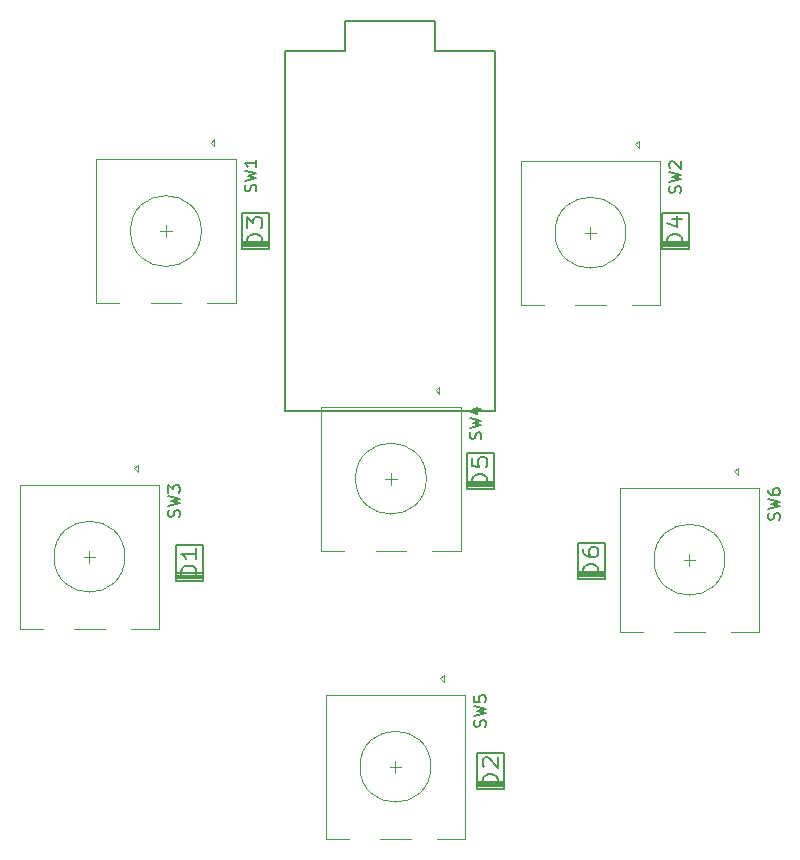
<source format=gbr>
G04 #@! TF.GenerationSoftware,KiCad,Pcbnew,(5.1.4)-1*
G04 #@! TF.CreationDate,2019-09-20T01:01:40-07:00*
G04 #@! TF.ProjectId,macropad,6d616372-6f70-4616-942e-6b696361645f,rev?*
G04 #@! TF.SameCoordinates,Original*
G04 #@! TF.FileFunction,Legend,Top*
G04 #@! TF.FilePolarity,Positive*
%FSLAX46Y46*%
G04 Gerber Fmt 4.6, Leading zero omitted, Abs format (unit mm)*
G04 Created by KiCad (PCBNEW (5.1.4)-1) date 2019-09-20 01:01:40*
%MOMM*%
%LPD*%
G04 APERTURE LIST*
%ADD10C,0.120000*%
%ADD11C,0.203200*%
%ADD12C,0.150000*%
G04 APERTURE END LIST*
D10*
X178173000Y-111640000D02*
G75*
G03X178173000Y-111640000I-3000000J0D01*
G01*
X181073000Y-113640000D02*
X181073000Y-117740000D01*
X169273000Y-117740000D02*
X169273000Y-113640000D01*
X169273000Y-113640000D02*
X169273000Y-105540000D01*
X181073000Y-113640000D02*
X181073000Y-105540000D01*
X181073000Y-105540000D02*
X169273000Y-105540000D01*
X178973000Y-104140000D02*
X179273000Y-103840000D01*
X179273000Y-103840000D02*
X179273000Y-104440000D01*
X179273000Y-104440000D02*
X178973000Y-104140000D01*
X181073000Y-117740000D02*
X178673000Y-117740000D01*
X176473000Y-117740000D02*
X173873000Y-117740000D01*
X171236640Y-117749320D02*
X169273000Y-117740000D01*
X175673000Y-111640000D02*
X174673000Y-111640000D01*
X175173000Y-111140000D02*
X175173000Y-112140000D01*
X153281000Y-129166000D02*
G75*
G03X153281000Y-129166000I-3000000J0D01*
G01*
X156181000Y-131166000D02*
X156181000Y-135266000D01*
X144381000Y-135266000D02*
X144381000Y-131166000D01*
X144381000Y-131166000D02*
X144381000Y-123066000D01*
X156181000Y-131166000D02*
X156181000Y-123066000D01*
X156181000Y-123066000D02*
X144381000Y-123066000D01*
X154081000Y-121666000D02*
X154381000Y-121366000D01*
X154381000Y-121366000D02*
X154381000Y-121966000D01*
X154381000Y-121966000D02*
X154081000Y-121666000D01*
X156181000Y-135266000D02*
X153781000Y-135266000D01*
X151581000Y-135266000D02*
X148981000Y-135266000D01*
X146344640Y-135275320D02*
X144381000Y-135266000D01*
X150781000Y-129166000D02*
X149781000Y-129166000D01*
X150281000Y-128666000D02*
X150281000Y-129666000D01*
X152900000Y-104782000D02*
G75*
G03X152900000Y-104782000I-3000000J0D01*
G01*
X155800000Y-106782000D02*
X155800000Y-110882000D01*
X144000000Y-110882000D02*
X144000000Y-106782000D01*
X144000000Y-106782000D02*
X144000000Y-98682000D01*
X155800000Y-106782000D02*
X155800000Y-98682000D01*
X155800000Y-98682000D02*
X144000000Y-98682000D01*
X153700000Y-97282000D02*
X154000000Y-96982000D01*
X154000000Y-96982000D02*
X154000000Y-97582000D01*
X154000000Y-97582000D02*
X153700000Y-97282000D01*
X155800000Y-110882000D02*
X153400000Y-110882000D01*
X151200000Y-110882000D02*
X148600000Y-110882000D01*
X145963640Y-110891320D02*
X144000000Y-110882000D01*
X150400000Y-104782000D02*
X149400000Y-104782000D01*
X149900000Y-104282000D02*
X149900000Y-105282000D01*
X127373000Y-111386000D02*
G75*
G03X127373000Y-111386000I-3000000J0D01*
G01*
X130273000Y-113386000D02*
X130273000Y-117486000D01*
X118473000Y-117486000D02*
X118473000Y-113386000D01*
X118473000Y-113386000D02*
X118473000Y-105286000D01*
X130273000Y-113386000D02*
X130273000Y-105286000D01*
X130273000Y-105286000D02*
X118473000Y-105286000D01*
X128173000Y-103886000D02*
X128473000Y-103586000D01*
X128473000Y-103586000D02*
X128473000Y-104186000D01*
X128473000Y-104186000D02*
X128173000Y-103886000D01*
X130273000Y-117486000D02*
X127873000Y-117486000D01*
X125673000Y-117486000D02*
X123073000Y-117486000D01*
X120436640Y-117495320D02*
X118473000Y-117486000D01*
X124873000Y-111386000D02*
X123873000Y-111386000D01*
X124373000Y-110886000D02*
X124373000Y-111886000D01*
X169791000Y-83954000D02*
G75*
G03X169791000Y-83954000I-3000000J0D01*
G01*
X172691000Y-85954000D02*
X172691000Y-90054000D01*
X160891000Y-90054000D02*
X160891000Y-85954000D01*
X160891000Y-85954000D02*
X160891000Y-77854000D01*
X172691000Y-85954000D02*
X172691000Y-77854000D01*
X172691000Y-77854000D02*
X160891000Y-77854000D01*
X170591000Y-76454000D02*
X170891000Y-76154000D01*
X170891000Y-76154000D02*
X170891000Y-76754000D01*
X170891000Y-76754000D02*
X170591000Y-76454000D01*
X172691000Y-90054000D02*
X170291000Y-90054000D01*
X168091000Y-90054000D02*
X165491000Y-90054000D01*
X162854640Y-90063320D02*
X160891000Y-90054000D01*
X167291000Y-83954000D02*
X166291000Y-83954000D01*
X166791000Y-83454000D02*
X166791000Y-84454000D01*
X133850000Y-83827000D02*
G75*
G03X133850000Y-83827000I-3000000J0D01*
G01*
X136750000Y-85827000D02*
X136750000Y-89927000D01*
X124950000Y-89927000D02*
X124950000Y-85827000D01*
X124950000Y-85827000D02*
X124950000Y-77727000D01*
X136750000Y-85827000D02*
X136750000Y-77727000D01*
X136750000Y-77727000D02*
X124950000Y-77727000D01*
X134650000Y-76327000D02*
X134950000Y-76027000D01*
X134950000Y-76027000D02*
X134950000Y-76627000D01*
X134950000Y-76627000D02*
X134650000Y-76327000D01*
X136750000Y-89927000D02*
X134350000Y-89927000D01*
X132150000Y-89927000D02*
X129550000Y-89927000D01*
X126913640Y-89936320D02*
X124950000Y-89927000D01*
X131350000Y-83827000D02*
X130350000Y-83827000D01*
X130850000Y-83327000D02*
X130850000Y-84327000D01*
D11*
X165735000Y-110236000D02*
X168021000Y-110236000D01*
X165735000Y-113284000D02*
X165735000Y-110236000D01*
X168021000Y-113284000D02*
X165735000Y-113284000D01*
X168021000Y-110236000D02*
X168021000Y-113284000D01*
D12*
X165778000Y-113060000D02*
X167878000Y-113060000D01*
X167978000Y-113060000D02*
X167878000Y-113060000D01*
X167878000Y-113060000D02*
X167978000Y-113060000D01*
X167978000Y-112860000D02*
X165778000Y-112860000D01*
X165778000Y-112660000D02*
X167978000Y-112660000D01*
D11*
X172847000Y-82296000D02*
X175133000Y-82296000D01*
X172847000Y-85344000D02*
X172847000Y-82296000D01*
X175133000Y-85344000D02*
X172847000Y-85344000D01*
X175133000Y-82296000D02*
X175133000Y-85344000D01*
D12*
X172890000Y-85120000D02*
X174990000Y-85120000D01*
X175090000Y-85120000D02*
X174990000Y-85120000D01*
X174990000Y-85120000D02*
X175090000Y-85120000D01*
X175090000Y-84920000D02*
X172890000Y-84920000D01*
X172890000Y-84720000D02*
X175090000Y-84720000D01*
D11*
X157226000Y-128016000D02*
X159512000Y-128016000D01*
X157226000Y-131064000D02*
X157226000Y-128016000D01*
X159512000Y-131064000D02*
X157226000Y-131064000D01*
X159512000Y-128016000D02*
X159512000Y-131064000D01*
D12*
X157269000Y-130840000D02*
X159369000Y-130840000D01*
X159469000Y-130840000D02*
X159369000Y-130840000D01*
X159369000Y-130840000D02*
X159469000Y-130840000D01*
X159469000Y-130640000D02*
X157269000Y-130640000D01*
X157269000Y-130440000D02*
X159469000Y-130440000D01*
X158750000Y-99060000D02*
X140970000Y-99060000D01*
X158750000Y-68580000D02*
X158750000Y-99060000D01*
X153670000Y-68580000D02*
X158750000Y-68580000D01*
X153670000Y-66040000D02*
X153670000Y-68580000D01*
X146050000Y-66040000D02*
X153670000Y-66040000D01*
X146050000Y-68580000D02*
X146050000Y-66040000D01*
X140970000Y-68580000D02*
X146050000Y-68580000D01*
X140970000Y-68580000D02*
X140970000Y-99060000D01*
D11*
X156337000Y-102616000D02*
X158623000Y-102616000D01*
X156337000Y-105664000D02*
X156337000Y-102616000D01*
X158623000Y-105664000D02*
X156337000Y-105664000D01*
X158623000Y-102616000D02*
X158623000Y-105664000D01*
D12*
X156380000Y-105440000D02*
X158480000Y-105440000D01*
X158580000Y-105440000D02*
X158480000Y-105440000D01*
X158480000Y-105440000D02*
X158580000Y-105440000D01*
X158580000Y-105240000D02*
X156380000Y-105240000D01*
X156380000Y-105040000D02*
X158580000Y-105040000D01*
D11*
X137287000Y-82296000D02*
X139573000Y-82296000D01*
X137287000Y-85344000D02*
X137287000Y-82296000D01*
X139573000Y-85344000D02*
X137287000Y-85344000D01*
X139573000Y-82296000D02*
X139573000Y-85344000D01*
D12*
X137330000Y-85120000D02*
X139430000Y-85120000D01*
X139530000Y-85120000D02*
X139430000Y-85120000D01*
X139430000Y-85120000D02*
X139530000Y-85120000D01*
X139530000Y-84920000D02*
X137330000Y-84920000D01*
X137330000Y-84720000D02*
X139530000Y-84720000D01*
D11*
X131699000Y-110363000D02*
X133985000Y-110363000D01*
X131699000Y-113411000D02*
X131699000Y-110363000D01*
X133985000Y-113411000D02*
X131699000Y-113411000D01*
X133985000Y-110363000D02*
X133985000Y-113411000D01*
D12*
X131742000Y-113187000D02*
X133842000Y-113187000D01*
X133942000Y-113187000D02*
X133842000Y-113187000D01*
X133842000Y-113187000D02*
X133942000Y-113187000D01*
X133942000Y-112987000D02*
X131742000Y-112987000D01*
X131742000Y-112787000D02*
X133942000Y-112787000D01*
X182777761Y-108273333D02*
X182825380Y-108130476D01*
X182825380Y-107892380D01*
X182777761Y-107797142D01*
X182730142Y-107749523D01*
X182634904Y-107701904D01*
X182539666Y-107701904D01*
X182444428Y-107749523D01*
X182396809Y-107797142D01*
X182349190Y-107892380D01*
X182301571Y-108082857D01*
X182253952Y-108178095D01*
X182206333Y-108225714D01*
X182111095Y-108273333D01*
X182015857Y-108273333D01*
X181920619Y-108225714D01*
X181873000Y-108178095D01*
X181825380Y-108082857D01*
X181825380Y-107844761D01*
X181873000Y-107701904D01*
X181825380Y-107368571D02*
X182825380Y-107130476D01*
X182111095Y-106940000D01*
X182825380Y-106749523D01*
X181825380Y-106511428D01*
X181825380Y-105701904D02*
X181825380Y-105892380D01*
X181873000Y-105987619D01*
X181920619Y-106035238D01*
X182063476Y-106130476D01*
X182253952Y-106178095D01*
X182634904Y-106178095D01*
X182730142Y-106130476D01*
X182777761Y-106082857D01*
X182825380Y-105987619D01*
X182825380Y-105797142D01*
X182777761Y-105701904D01*
X182730142Y-105654285D01*
X182634904Y-105606666D01*
X182396809Y-105606666D01*
X182301571Y-105654285D01*
X182253952Y-105701904D01*
X182206333Y-105797142D01*
X182206333Y-105987619D01*
X182253952Y-106082857D01*
X182301571Y-106130476D01*
X182396809Y-106178095D01*
X157885761Y-125799333D02*
X157933380Y-125656476D01*
X157933380Y-125418380D01*
X157885761Y-125323142D01*
X157838142Y-125275523D01*
X157742904Y-125227904D01*
X157647666Y-125227904D01*
X157552428Y-125275523D01*
X157504809Y-125323142D01*
X157457190Y-125418380D01*
X157409571Y-125608857D01*
X157361952Y-125704095D01*
X157314333Y-125751714D01*
X157219095Y-125799333D01*
X157123857Y-125799333D01*
X157028619Y-125751714D01*
X156981000Y-125704095D01*
X156933380Y-125608857D01*
X156933380Y-125370761D01*
X156981000Y-125227904D01*
X156933380Y-124894571D02*
X157933380Y-124656476D01*
X157219095Y-124466000D01*
X157933380Y-124275523D01*
X156933380Y-124037428D01*
X156933380Y-123180285D02*
X156933380Y-123656476D01*
X157409571Y-123704095D01*
X157361952Y-123656476D01*
X157314333Y-123561238D01*
X157314333Y-123323142D01*
X157361952Y-123227904D01*
X157409571Y-123180285D01*
X157504809Y-123132666D01*
X157742904Y-123132666D01*
X157838142Y-123180285D01*
X157885761Y-123227904D01*
X157933380Y-123323142D01*
X157933380Y-123561238D01*
X157885761Y-123656476D01*
X157838142Y-123704095D01*
X157504761Y-101415333D02*
X157552380Y-101272476D01*
X157552380Y-101034380D01*
X157504761Y-100939142D01*
X157457142Y-100891523D01*
X157361904Y-100843904D01*
X157266666Y-100843904D01*
X157171428Y-100891523D01*
X157123809Y-100939142D01*
X157076190Y-101034380D01*
X157028571Y-101224857D01*
X156980952Y-101320095D01*
X156933333Y-101367714D01*
X156838095Y-101415333D01*
X156742857Y-101415333D01*
X156647619Y-101367714D01*
X156600000Y-101320095D01*
X156552380Y-101224857D01*
X156552380Y-100986761D01*
X156600000Y-100843904D01*
X156552380Y-100510571D02*
X157552380Y-100272476D01*
X156838095Y-100082000D01*
X157552380Y-99891523D01*
X156552380Y-99653428D01*
X156885714Y-98843904D02*
X157552380Y-98843904D01*
X156504761Y-99082000D02*
X157219047Y-99320095D01*
X157219047Y-98701047D01*
X131977761Y-108019333D02*
X132025380Y-107876476D01*
X132025380Y-107638380D01*
X131977761Y-107543142D01*
X131930142Y-107495523D01*
X131834904Y-107447904D01*
X131739666Y-107447904D01*
X131644428Y-107495523D01*
X131596809Y-107543142D01*
X131549190Y-107638380D01*
X131501571Y-107828857D01*
X131453952Y-107924095D01*
X131406333Y-107971714D01*
X131311095Y-108019333D01*
X131215857Y-108019333D01*
X131120619Y-107971714D01*
X131073000Y-107924095D01*
X131025380Y-107828857D01*
X131025380Y-107590761D01*
X131073000Y-107447904D01*
X131025380Y-107114571D02*
X132025380Y-106876476D01*
X131311095Y-106686000D01*
X132025380Y-106495523D01*
X131025380Y-106257428D01*
X131025380Y-105971714D02*
X131025380Y-105352666D01*
X131406333Y-105686000D01*
X131406333Y-105543142D01*
X131453952Y-105447904D01*
X131501571Y-105400285D01*
X131596809Y-105352666D01*
X131834904Y-105352666D01*
X131930142Y-105400285D01*
X131977761Y-105447904D01*
X132025380Y-105543142D01*
X132025380Y-105828857D01*
X131977761Y-105924095D01*
X131930142Y-105971714D01*
X174395761Y-80587333D02*
X174443380Y-80444476D01*
X174443380Y-80206380D01*
X174395761Y-80111142D01*
X174348142Y-80063523D01*
X174252904Y-80015904D01*
X174157666Y-80015904D01*
X174062428Y-80063523D01*
X174014809Y-80111142D01*
X173967190Y-80206380D01*
X173919571Y-80396857D01*
X173871952Y-80492095D01*
X173824333Y-80539714D01*
X173729095Y-80587333D01*
X173633857Y-80587333D01*
X173538619Y-80539714D01*
X173491000Y-80492095D01*
X173443380Y-80396857D01*
X173443380Y-80158761D01*
X173491000Y-80015904D01*
X173443380Y-79682571D02*
X174443380Y-79444476D01*
X173729095Y-79254000D01*
X174443380Y-79063523D01*
X173443380Y-78825428D01*
X173538619Y-78492095D02*
X173491000Y-78444476D01*
X173443380Y-78349238D01*
X173443380Y-78111142D01*
X173491000Y-78015904D01*
X173538619Y-77968285D01*
X173633857Y-77920666D01*
X173729095Y-77920666D01*
X173871952Y-77968285D01*
X174443380Y-78539714D01*
X174443380Y-77920666D01*
X138454761Y-80460333D02*
X138502380Y-80317476D01*
X138502380Y-80079380D01*
X138454761Y-79984142D01*
X138407142Y-79936523D01*
X138311904Y-79888904D01*
X138216666Y-79888904D01*
X138121428Y-79936523D01*
X138073809Y-79984142D01*
X138026190Y-80079380D01*
X137978571Y-80269857D01*
X137930952Y-80365095D01*
X137883333Y-80412714D01*
X137788095Y-80460333D01*
X137692857Y-80460333D01*
X137597619Y-80412714D01*
X137550000Y-80365095D01*
X137502380Y-80269857D01*
X137502380Y-80031761D01*
X137550000Y-79888904D01*
X137502380Y-79555571D02*
X138502380Y-79317476D01*
X137788095Y-79127000D01*
X138502380Y-78936523D01*
X137502380Y-78698428D01*
X138502380Y-77793666D02*
X138502380Y-78365095D01*
X138502380Y-78079380D02*
X137502380Y-78079380D01*
X137645238Y-78174619D01*
X137740476Y-78269857D01*
X137788095Y-78365095D01*
D11*
X167452523Y-112884857D02*
X166182523Y-112884857D01*
X166182523Y-112522000D01*
X166243000Y-112304285D01*
X166363952Y-112159142D01*
X166484904Y-112086571D01*
X166726809Y-112014000D01*
X166908238Y-112014000D01*
X167150142Y-112086571D01*
X167271095Y-112159142D01*
X167392047Y-112304285D01*
X167452523Y-112522000D01*
X167452523Y-112884857D01*
X166182523Y-110707714D02*
X166182523Y-110998000D01*
X166243000Y-111143142D01*
X166303476Y-111215714D01*
X166484904Y-111360857D01*
X166726809Y-111433428D01*
X167210619Y-111433428D01*
X167331571Y-111360857D01*
X167392047Y-111288285D01*
X167452523Y-111143142D01*
X167452523Y-110852857D01*
X167392047Y-110707714D01*
X167331571Y-110635142D01*
X167210619Y-110562571D01*
X166908238Y-110562571D01*
X166787285Y-110635142D01*
X166726809Y-110707714D01*
X166666333Y-110852857D01*
X166666333Y-111143142D01*
X166726809Y-111288285D01*
X166787285Y-111360857D01*
X166908238Y-111433428D01*
X174564523Y-84944857D02*
X173294523Y-84944857D01*
X173294523Y-84582000D01*
X173355000Y-84364285D01*
X173475952Y-84219142D01*
X173596904Y-84146571D01*
X173838809Y-84074000D01*
X174020238Y-84074000D01*
X174262142Y-84146571D01*
X174383095Y-84219142D01*
X174504047Y-84364285D01*
X174564523Y-84582000D01*
X174564523Y-84944857D01*
X173717857Y-82767714D02*
X174564523Y-82767714D01*
X173234047Y-83130571D02*
X174141190Y-83493428D01*
X174141190Y-82550000D01*
X158943523Y-130664857D02*
X157673523Y-130664857D01*
X157673523Y-130302000D01*
X157734000Y-130084285D01*
X157854952Y-129939142D01*
X157975904Y-129866571D01*
X158217809Y-129794000D01*
X158399238Y-129794000D01*
X158641142Y-129866571D01*
X158762095Y-129939142D01*
X158883047Y-130084285D01*
X158943523Y-130302000D01*
X158943523Y-130664857D01*
X157794476Y-129213428D02*
X157734000Y-129140857D01*
X157673523Y-128995714D01*
X157673523Y-128632857D01*
X157734000Y-128487714D01*
X157794476Y-128415142D01*
X157915428Y-128342571D01*
X158036380Y-128342571D01*
X158217809Y-128415142D01*
X158943523Y-129286000D01*
X158943523Y-128342571D01*
X158054523Y-105264857D02*
X156784523Y-105264857D01*
X156784523Y-104902000D01*
X156845000Y-104684285D01*
X156965952Y-104539142D01*
X157086904Y-104466571D01*
X157328809Y-104394000D01*
X157510238Y-104394000D01*
X157752142Y-104466571D01*
X157873095Y-104539142D01*
X157994047Y-104684285D01*
X158054523Y-104902000D01*
X158054523Y-105264857D01*
X156784523Y-103015142D02*
X156784523Y-103740857D01*
X157389285Y-103813428D01*
X157328809Y-103740857D01*
X157268333Y-103595714D01*
X157268333Y-103232857D01*
X157328809Y-103087714D01*
X157389285Y-103015142D01*
X157510238Y-102942571D01*
X157812619Y-102942571D01*
X157933571Y-103015142D01*
X157994047Y-103087714D01*
X158054523Y-103232857D01*
X158054523Y-103595714D01*
X157994047Y-103740857D01*
X157933571Y-103813428D01*
X139004523Y-84944857D02*
X137734523Y-84944857D01*
X137734523Y-84582000D01*
X137795000Y-84364285D01*
X137915952Y-84219142D01*
X138036904Y-84146571D01*
X138278809Y-84074000D01*
X138460238Y-84074000D01*
X138702142Y-84146571D01*
X138823095Y-84219142D01*
X138944047Y-84364285D01*
X139004523Y-84582000D01*
X139004523Y-84944857D01*
X137734523Y-83566000D02*
X137734523Y-82622571D01*
X138218333Y-83130571D01*
X138218333Y-82912857D01*
X138278809Y-82767714D01*
X138339285Y-82695142D01*
X138460238Y-82622571D01*
X138762619Y-82622571D01*
X138883571Y-82695142D01*
X138944047Y-82767714D01*
X139004523Y-82912857D01*
X139004523Y-83348285D01*
X138944047Y-83493428D01*
X138883571Y-83566000D01*
X133416523Y-113011857D02*
X132146523Y-113011857D01*
X132146523Y-112649000D01*
X132207000Y-112431285D01*
X132327952Y-112286142D01*
X132448904Y-112213571D01*
X132690809Y-112141000D01*
X132872238Y-112141000D01*
X133114142Y-112213571D01*
X133235095Y-112286142D01*
X133356047Y-112431285D01*
X133416523Y-112649000D01*
X133416523Y-113011857D01*
X133416523Y-110689571D02*
X133416523Y-111560428D01*
X133416523Y-111125000D02*
X132146523Y-111125000D01*
X132327952Y-111270142D01*
X132448904Y-111415285D01*
X132509380Y-111560428D01*
M02*

</source>
